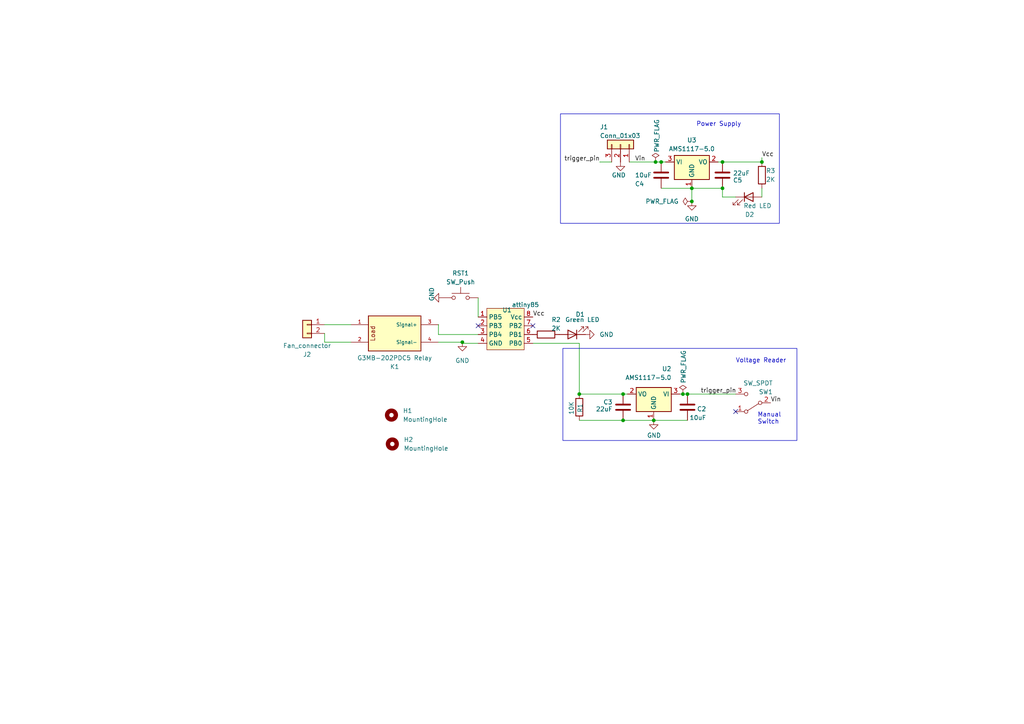
<source format=kicad_sch>
(kicad_sch (version 20230121) (generator eeschema)

  (uuid 8a62be07-884f-4ad1-9158-f35c6eb858f0)

  (paper "A4")

  (lib_symbols
    (symbol "000_Thomas_Symbols:ATTINY85" (in_bom yes) (on_board yes)
      (property "Reference" "U" (at 0 3.81 0)
        (effects (font (size 1.27 1.27)))
      )
      (property "Value" "attiny85" (at 5.842 3.81 0)
        (effects (font (size 1.27 1.27)))
      )
      (property "Footprint" "" (at 0 3.81 0)
        (effects (font (size 1.27 1.27)) hide)
      )
      (property "Datasheet" "https://ww1.microchip.com/downloads/en/DeviceDoc/Atmel-2586-AVR-8-bit-Microcontroller-ATtiny25-ATtiny45-ATtiny85_Datasheet.pdf" (at 0 6.35 0)
        (effects (font (size 1.27 1.27)) hide)
      )
      (property "ki_fp_filters" "DIP-8_W*" (at 0 0 0)
        (effects (font (size 1.27 1.27)) hide)
      )
      (symbol "ATTINY85_1_1"
        (rectangle (start -5.08 2.54) (end 5.715 -9.525)
          (stroke (width 0) (type default))
          (fill (type background))
        )
        (pin bidirectional line (at -7.62 0 0) (length 2.54)
          (name "PB5" (effects (font (size 1.27 1.27))))
          (number "1" (effects (font (size 1.27 1.27))))
        )
        (pin bidirectional line (at -7.62 -2.54 0) (length 2.54)
          (name "PB3" (effects (font (size 1.27 1.27))))
          (number "2" (effects (font (size 1.27 1.27))))
        )
        (pin bidirectional line (at -7.62 -5.08 0) (length 2.54)
          (name "PB4" (effects (font (size 1.27 1.27))))
          (number "3" (effects (font (size 1.27 1.27))))
        )
        (pin power_in line (at -7.62 -7.62 0) (length 2.54)
          (name "GND" (effects (font (size 1.27 1.27))))
          (number "4" (effects (font (size 1.27 1.27))))
        )
        (pin bidirectional line (at 8.255 -7.62 180) (length 2.54)
          (name "PB0" (effects (font (size 1.27 1.27))))
          (number "5" (effects (font (size 1.27 1.27))))
        )
        (pin bidirectional line (at 8.255 -5.08 180) (length 2.54)
          (name "PB1" (effects (font (size 1.27 1.27))))
          (number "6" (effects (font (size 1.27 1.27))))
        )
        (pin bidirectional line (at 8.255 -2.54 180) (length 2.54)
          (name "PB2" (effects (font (size 1.27 1.27))))
          (number "7" (effects (font (size 1.27 1.27))))
        )
        (pin power_in line (at 8.255 0 180) (length 2.54)
          (name "Vcc" (effects (font (size 1.27 1.27))))
          (number "8" (effects (font (size 1.27 1.27))))
        )
      )
    )
    (symbol "000_Thomas_Symbols:G3MB-202PDC5 Relay" (pin_names (offset 1.016)) (in_bom yes) (on_board yes)
      (property "Reference" "K" (at -0.635 6.35 0)
        (effects (font (size 1.27 1.27)) (justify left bottom))
      )
      (property "Value" "G3MB-202PDC5 Relay" (at -9.525 -6.35 0)
        (effects (font (size 1.27 1.27)) (justify left top))
      )
      (property "Footprint" "000_Thomas_Footprints:G3MB-202PDC5 Relay" (at 0 12.7 0)
        (effects (font (size 1.27 1.27)) (justify bottom) hide)
      )
      (property "Datasheet" "https://media.digikey.com/pdf/Data%20Sheets/Omron%20PDFs/G3MB.pdf" (at 1.27 9.525 0)
        (effects (font (size 1.27 1.27)) hide)
      )
      (property "STANDARD" "Manufacturer Recommendations" (at 0 17.145 0)
        (effects (font (size 1.27 1.27)) (justify bottom) hide)
      )
      (property "PARTREV" "J091-E1-1A" (at 0 10.795 0)
        (effects (font (size 1.27 1.27)) (justify bottom) hide)
      )
      (property "MAXIMUM_PACKAGE_HEIGHT" "20.5mm" (at 0 14.605 0)
        (effects (font (size 1.27 1.27)) (justify bottom) hide)
      )
      (property "MANUFACTURER" "OMRON" (at 8.255 15.24 0)
        (effects (font (size 1.27 1.27)) (justify bottom) hide)
      )
      (property "ki_description" "Solid State Relay" (at 0 0 0)
        (effects (font (size 1.27 1.27)) hide)
      )
      (symbol "G3MB-202PDC5 Relay_0_0"
        (rectangle (start -7.62 5.08) (end 7.62 -5.08)
          (stroke (width 0.254) (type default))
          (fill (type background))
        )
        (pin passive line (at 12.7 2.54 180) (length 5.08)
          (name "~" (effects (font (size 1.016 1.016))))
          (number "1" (effects (font (size 1.016 1.016))))
        )
        (pin passive line (at 12.7 -2.54 180) (length 5.08)
          (name "~" (effects (font (size 1.016 1.016))))
          (number "2" (effects (font (size 1.016 1.016))))
        )
      )
      (symbol "G3MB-202PDC5 Relay_1_0"
        (pin passive line (at -12.7 2.54 0) (length 5.08)
          (name "Signal+" (effects (font (size 1.016 1.016))))
          (number "3" (effects (font (size 1.016 1.016))))
        )
        (pin passive line (at -12.7 -2.54 0) (length 5.08)
          (name "Signal-" (effects (font (size 1.016 1.016))))
          (number "4" (effects (font (size 1.016 1.016))))
        )
      )
      (symbol "G3MB-202PDC5 Relay_1_1"
        (text "Load\n" (at 6.35 0 900)
          (effects (font (size 1.27 1.27)))
        )
      )
    )
    (symbol "Connector_Generic:Conn_01x02" (pin_names (offset 1.016) hide) (in_bom yes) (on_board yes)
      (property "Reference" "J" (at 0 2.54 0)
        (effects (font (size 1.27 1.27)))
      )
      (property "Value" "Conn_01x02" (at 0 -5.08 0)
        (effects (font (size 1.27 1.27)))
      )
      (property "Footprint" "" (at 0 0 0)
        (effects (font (size 1.27 1.27)) hide)
      )
      (property "Datasheet" "~" (at 0 0 0)
        (effects (font (size 1.27 1.27)) hide)
      )
      (property "ki_keywords" "connector" (at 0 0 0)
        (effects (font (size 1.27 1.27)) hide)
      )
      (property "ki_description" "Generic connector, single row, 01x02, script generated (kicad-library-utils/schlib/autogen/connector/)" (at 0 0 0)
        (effects (font (size 1.27 1.27)) hide)
      )
      (property "ki_fp_filters" "Connector*:*_1x??_*" (at 0 0 0)
        (effects (font (size 1.27 1.27)) hide)
      )
      (symbol "Conn_01x02_1_1"
        (rectangle (start -1.27 -2.413) (end 0 -2.667)
          (stroke (width 0.1524) (type default))
          (fill (type none))
        )
        (rectangle (start -1.27 0.127) (end 0 -0.127)
          (stroke (width 0.1524) (type default))
          (fill (type none))
        )
        (rectangle (start -1.27 1.27) (end 1.27 -3.81)
          (stroke (width 0.254) (type default))
          (fill (type background))
        )
        (pin passive line (at -5.08 0 0) (length 3.81)
          (name "Pin_1" (effects (font (size 1.27 1.27))))
          (number "1" (effects (font (size 1.27 1.27))))
        )
        (pin passive line (at -5.08 -2.54 0) (length 3.81)
          (name "Pin_2" (effects (font (size 1.27 1.27))))
          (number "2" (effects (font (size 1.27 1.27))))
        )
      )
    )
    (symbol "Connector_Generic:Conn_01x03" (pin_names (offset 1.016) hide) (in_bom yes) (on_board yes)
      (property "Reference" "J" (at 0 5.08 0)
        (effects (font (size 1.27 1.27)))
      )
      (property "Value" "Conn_01x03" (at 0 -5.08 0)
        (effects (font (size 1.27 1.27)))
      )
      (property "Footprint" "" (at 0 0 0)
        (effects (font (size 1.27 1.27)) hide)
      )
      (property "Datasheet" "~" (at 0 0 0)
        (effects (font (size 1.27 1.27)) hide)
      )
      (property "ki_keywords" "connector" (at 0 0 0)
        (effects (font (size 1.27 1.27)) hide)
      )
      (property "ki_description" "Generic connector, single row, 01x03, script generated (kicad-library-utils/schlib/autogen/connector/)" (at 0 0 0)
        (effects (font (size 1.27 1.27)) hide)
      )
      (property "ki_fp_filters" "Connector*:*_1x??_*" (at 0 0 0)
        (effects (font (size 1.27 1.27)) hide)
      )
      (symbol "Conn_01x03_1_1"
        (rectangle (start -1.27 -2.413) (end 0 -2.667)
          (stroke (width 0.1524) (type default))
          (fill (type none))
        )
        (rectangle (start -1.27 0.127) (end 0 -0.127)
          (stroke (width 0.1524) (type default))
          (fill (type none))
        )
        (rectangle (start -1.27 2.667) (end 0 2.413)
          (stroke (width 0.1524) (type default))
          (fill (type none))
        )
        (rectangle (start -1.27 3.81) (end 1.27 -3.81)
          (stroke (width 0.254) (type default))
          (fill (type background))
        )
        (pin passive line (at -5.08 2.54 0) (length 3.81)
          (name "Pin_1" (effects (font (size 1.27 1.27))))
          (number "1" (effects (font (size 1.27 1.27))))
        )
        (pin passive line (at -5.08 0 0) (length 3.81)
          (name "Pin_2" (effects (font (size 1.27 1.27))))
          (number "2" (effects (font (size 1.27 1.27))))
        )
        (pin passive line (at -5.08 -2.54 0) (length 3.81)
          (name "Pin_3" (effects (font (size 1.27 1.27))))
          (number "3" (effects (font (size 1.27 1.27))))
        )
      )
    )
    (symbol "Device:C" (pin_numbers hide) (pin_names (offset 0.254)) (in_bom yes) (on_board yes)
      (property "Reference" "C" (at 0.635 2.54 0)
        (effects (font (size 1.27 1.27)) (justify left))
      )
      (property "Value" "C" (at 0.635 -2.54 0)
        (effects (font (size 1.27 1.27)) (justify left))
      )
      (property "Footprint" "" (at 0.9652 -3.81 0)
        (effects (font (size 1.27 1.27)) hide)
      )
      (property "Datasheet" "~" (at 0 0 0)
        (effects (font (size 1.27 1.27)) hide)
      )
      (property "ki_keywords" "cap capacitor" (at 0 0 0)
        (effects (font (size 1.27 1.27)) hide)
      )
      (property "ki_description" "Unpolarized capacitor" (at 0 0 0)
        (effects (font (size 1.27 1.27)) hide)
      )
      (property "ki_fp_filters" "C_*" (at 0 0 0)
        (effects (font (size 1.27 1.27)) hide)
      )
      (symbol "C_0_1"
        (polyline
          (pts
            (xy -2.032 -0.762)
            (xy 2.032 -0.762)
          )
          (stroke (width 0.508) (type default))
          (fill (type none))
        )
        (polyline
          (pts
            (xy -2.032 0.762)
            (xy 2.032 0.762)
          )
          (stroke (width 0.508) (type default))
          (fill (type none))
        )
      )
      (symbol "C_1_1"
        (pin passive line (at 0 3.81 270) (length 2.794)
          (name "~" (effects (font (size 1.27 1.27))))
          (number "1" (effects (font (size 1.27 1.27))))
        )
        (pin passive line (at 0 -3.81 90) (length 2.794)
          (name "~" (effects (font (size 1.27 1.27))))
          (number "2" (effects (font (size 1.27 1.27))))
        )
      )
    )
    (symbol "Device:LED" (pin_numbers hide) (pin_names (offset 1.016) hide) (in_bom yes) (on_board yes)
      (property "Reference" "D" (at 0 2.54 0)
        (effects (font (size 1.27 1.27)))
      )
      (property "Value" "LED" (at 0 -2.54 0)
        (effects (font (size 1.27 1.27)))
      )
      (property "Footprint" "" (at 0 0 0)
        (effects (font (size 1.27 1.27)) hide)
      )
      (property "Datasheet" "~" (at 0 0 0)
        (effects (font (size 1.27 1.27)) hide)
      )
      (property "ki_keywords" "LED diode" (at 0 0 0)
        (effects (font (size 1.27 1.27)) hide)
      )
      (property "ki_description" "Light emitting diode" (at 0 0 0)
        (effects (font (size 1.27 1.27)) hide)
      )
      (property "ki_fp_filters" "LED* LED_SMD:* LED_THT:*" (at 0 0 0)
        (effects (font (size 1.27 1.27)) hide)
      )
      (symbol "LED_0_1"
        (polyline
          (pts
            (xy -1.27 -1.27)
            (xy -1.27 1.27)
          )
          (stroke (width 0.254) (type default))
          (fill (type none))
        )
        (polyline
          (pts
            (xy -1.27 0)
            (xy 1.27 0)
          )
          (stroke (width 0) (type default))
          (fill (type none))
        )
        (polyline
          (pts
            (xy 1.27 -1.27)
            (xy 1.27 1.27)
            (xy -1.27 0)
            (xy 1.27 -1.27)
          )
          (stroke (width 0.254) (type default))
          (fill (type none))
        )
        (polyline
          (pts
            (xy -3.048 -0.762)
            (xy -4.572 -2.286)
            (xy -3.81 -2.286)
            (xy -4.572 -2.286)
            (xy -4.572 -1.524)
          )
          (stroke (width 0) (type default))
          (fill (type none))
        )
        (polyline
          (pts
            (xy -1.778 -0.762)
            (xy -3.302 -2.286)
            (xy -2.54 -2.286)
            (xy -3.302 -2.286)
            (xy -3.302 -1.524)
          )
          (stroke (width 0) (type default))
          (fill (type none))
        )
      )
      (symbol "LED_1_1"
        (pin passive line (at -3.81 0 0) (length 2.54)
          (name "K" (effects (font (size 1.27 1.27))))
          (number "1" (effects (font (size 1.27 1.27))))
        )
        (pin passive line (at 3.81 0 180) (length 2.54)
          (name "A" (effects (font (size 1.27 1.27))))
          (number "2" (effects (font (size 1.27 1.27))))
        )
      )
    )
    (symbol "Device:R" (pin_numbers hide) (pin_names (offset 0)) (in_bom yes) (on_board yes)
      (property "Reference" "R" (at 2.032 0 90)
        (effects (font (size 1.27 1.27)))
      )
      (property "Value" "R" (at 0 0 90)
        (effects (font (size 1.27 1.27)))
      )
      (property "Footprint" "" (at -1.778 0 90)
        (effects (font (size 1.27 1.27)) hide)
      )
      (property "Datasheet" "~" (at 0 0 0)
        (effects (font (size 1.27 1.27)) hide)
      )
      (property "ki_keywords" "R res resistor" (at 0 0 0)
        (effects (font (size 1.27 1.27)) hide)
      )
      (property "ki_description" "Resistor" (at 0 0 0)
        (effects (font (size 1.27 1.27)) hide)
      )
      (property "ki_fp_filters" "R_*" (at 0 0 0)
        (effects (font (size 1.27 1.27)) hide)
      )
      (symbol "R_0_1"
        (rectangle (start -1.016 -2.54) (end 1.016 2.54)
          (stroke (width 0.254) (type default))
          (fill (type none))
        )
      )
      (symbol "R_1_1"
        (pin passive line (at 0 3.81 270) (length 1.27)
          (name "~" (effects (font (size 1.27 1.27))))
          (number "1" (effects (font (size 1.27 1.27))))
        )
        (pin passive line (at 0 -3.81 90) (length 1.27)
          (name "~" (effects (font (size 1.27 1.27))))
          (number "2" (effects (font (size 1.27 1.27))))
        )
      )
    )
    (symbol "Mechanical:MountingHole" (pin_names (offset 1.016)) (in_bom yes) (on_board yes)
      (property "Reference" "H" (at 0 5.08 0)
        (effects (font (size 1.27 1.27)))
      )
      (property "Value" "MountingHole" (at 0 3.175 0)
        (effects (font (size 1.27 1.27)))
      )
      (property "Footprint" "" (at 0 0 0)
        (effects (font (size 1.27 1.27)) hide)
      )
      (property "Datasheet" "~" (at 0 0 0)
        (effects (font (size 1.27 1.27)) hide)
      )
      (property "ki_keywords" "mounting hole" (at 0 0 0)
        (effects (font (size 1.27 1.27)) hide)
      )
      (property "ki_description" "Mounting Hole without connection" (at 0 0 0)
        (effects (font (size 1.27 1.27)) hide)
      )
      (property "ki_fp_filters" "MountingHole*" (at 0 0 0)
        (effects (font (size 1.27 1.27)) hide)
      )
      (symbol "MountingHole_0_1"
        (circle (center 0 0) (radius 1.27)
          (stroke (width 1.27) (type default))
          (fill (type none))
        )
      )
    )
    (symbol "Regulator_Linear:AMS1117-5.0" (in_bom yes) (on_board yes)
      (property "Reference" "U" (at -3.81 3.175 0)
        (effects (font (size 1.27 1.27)))
      )
      (property "Value" "AMS1117-5.0" (at 0 3.175 0)
        (effects (font (size 1.27 1.27)) (justify left))
      )
      (property "Footprint" "Package_TO_SOT_SMD:SOT-223-3_TabPin2" (at 0 5.08 0)
        (effects (font (size 1.27 1.27)) hide)
      )
      (property "Datasheet" "http://www.advanced-monolithic.com/pdf/ds1117.pdf" (at 2.54 -6.35 0)
        (effects (font (size 1.27 1.27)) hide)
      )
      (property "ki_keywords" "linear regulator ldo fixed positive" (at 0 0 0)
        (effects (font (size 1.27 1.27)) hide)
      )
      (property "ki_description" "1A Low Dropout regulator, positive, 5.0V fixed output, SOT-223" (at 0 0 0)
        (effects (font (size 1.27 1.27)) hide)
      )
      (property "ki_fp_filters" "SOT?223*TabPin2*" (at 0 0 0)
        (effects (font (size 1.27 1.27)) hide)
      )
      (symbol "AMS1117-5.0_0_1"
        (rectangle (start -5.08 -5.08) (end 5.08 1.905)
          (stroke (width 0.254) (type default))
          (fill (type background))
        )
      )
      (symbol "AMS1117-5.0_1_1"
        (pin power_in line (at 0 -7.62 90) (length 2.54)
          (name "GND" (effects (font (size 1.27 1.27))))
          (number "1" (effects (font (size 1.27 1.27))))
        )
        (pin power_out line (at 7.62 0 180) (length 2.54)
          (name "VO" (effects (font (size 1.27 1.27))))
          (number "2" (effects (font (size 1.27 1.27))))
        )
        (pin power_in line (at -7.62 0 0) (length 2.54)
          (name "VI" (effects (font (size 1.27 1.27))))
          (number "3" (effects (font (size 1.27 1.27))))
        )
      )
    )
    (symbol "Switch:SW_Push" (pin_numbers hide) (pin_names (offset 1.016) hide) (in_bom yes) (on_board yes)
      (property "Reference" "SW" (at 1.27 2.54 0)
        (effects (font (size 1.27 1.27)) (justify left))
      )
      (property "Value" "SW_Push" (at 0 -1.524 0)
        (effects (font (size 1.27 1.27)))
      )
      (property "Footprint" "" (at 0 5.08 0)
        (effects (font (size 1.27 1.27)) hide)
      )
      (property "Datasheet" "~" (at 0 5.08 0)
        (effects (font (size 1.27 1.27)) hide)
      )
      (property "ki_keywords" "switch normally-open pushbutton push-button" (at 0 0 0)
        (effects (font (size 1.27 1.27)) hide)
      )
      (property "ki_description" "Push button switch, generic, two pins" (at 0 0 0)
        (effects (font (size 1.27 1.27)) hide)
      )
      (symbol "SW_Push_0_1"
        (circle (center -2.032 0) (radius 0.508)
          (stroke (width 0) (type default))
          (fill (type none))
        )
        (polyline
          (pts
            (xy 0 1.27)
            (xy 0 3.048)
          )
          (stroke (width 0) (type default))
          (fill (type none))
        )
        (polyline
          (pts
            (xy 2.54 1.27)
            (xy -2.54 1.27)
          )
          (stroke (width 0) (type default))
          (fill (type none))
        )
        (circle (center 2.032 0) (radius 0.508)
          (stroke (width 0) (type default))
          (fill (type none))
        )
        (pin passive line (at -5.08 0 0) (length 2.54)
          (name "1" (effects (font (size 1.27 1.27))))
          (number "1" (effects (font (size 1.27 1.27))))
        )
        (pin passive line (at 5.08 0 180) (length 2.54)
          (name "2" (effects (font (size 1.27 1.27))))
          (number "2" (effects (font (size 1.27 1.27))))
        )
      )
    )
    (symbol "Switch:SW_SPDT" (pin_names (offset 0) hide) (in_bom yes) (on_board yes)
      (property "Reference" "SW" (at 0 4.318 0)
        (effects (font (size 1.27 1.27)))
      )
      (property "Value" "SW_SPDT" (at 0 -5.08 0)
        (effects (font (size 1.27 1.27)))
      )
      (property "Footprint" "" (at 0 0 0)
        (effects (font (size 1.27 1.27)) hide)
      )
      (property "Datasheet" "~" (at 0 0 0)
        (effects (font (size 1.27 1.27)) hide)
      )
      (property "ki_keywords" "switch single-pole double-throw spdt ON-ON" (at 0 0 0)
        (effects (font (size 1.27 1.27)) hide)
      )
      (property "ki_description" "Switch, single pole double throw" (at 0 0 0)
        (effects (font (size 1.27 1.27)) hide)
      )
      (symbol "SW_SPDT_0_0"
        (circle (center -2.032 0) (radius 0.508)
          (stroke (width 0) (type default))
          (fill (type none))
        )
        (circle (center 2.032 -2.54) (radius 0.508)
          (stroke (width 0) (type default))
          (fill (type none))
        )
      )
      (symbol "SW_SPDT_0_1"
        (polyline
          (pts
            (xy -1.524 0.254)
            (xy 1.651 2.286)
          )
          (stroke (width 0) (type default))
          (fill (type none))
        )
        (circle (center 2.032 2.54) (radius 0.508)
          (stroke (width 0) (type default))
          (fill (type none))
        )
      )
      (symbol "SW_SPDT_1_1"
        (pin passive line (at 5.08 2.54 180) (length 2.54)
          (name "A" (effects (font (size 1.27 1.27))))
          (number "1" (effects (font (size 1.27 1.27))))
        )
        (pin passive line (at -5.08 0 0) (length 2.54)
          (name "B" (effects (font (size 1.27 1.27))))
          (number "2" (effects (font (size 1.27 1.27))))
        )
        (pin passive line (at 5.08 -2.54 180) (length 2.54)
          (name "C" (effects (font (size 1.27 1.27))))
          (number "3" (effects (font (size 1.27 1.27))))
        )
      )
    )
    (symbol "power:GND" (power) (pin_names (offset 0)) (in_bom yes) (on_board yes)
      (property "Reference" "#PWR" (at 0 -6.35 0)
        (effects (font (size 1.27 1.27)) hide)
      )
      (property "Value" "GND" (at 0 -3.81 0)
        (effects (font (size 1.27 1.27)))
      )
      (property "Footprint" "" (at 0 0 0)
        (effects (font (size 1.27 1.27)) hide)
      )
      (property "Datasheet" "" (at 0 0 0)
        (effects (font (size 1.27 1.27)) hide)
      )
      (property "ki_keywords" "global power" (at 0 0 0)
        (effects (font (size 1.27 1.27)) hide)
      )
      (property "ki_description" "Power symbol creates a global label with name \"GND\" , ground" (at 0 0 0)
        (effects (font (size 1.27 1.27)) hide)
      )
      (symbol "GND_0_1"
        (polyline
          (pts
            (xy 0 0)
            (xy 0 -1.27)
            (xy 1.27 -1.27)
            (xy 0 -2.54)
            (xy -1.27 -1.27)
            (xy 0 -1.27)
          )
          (stroke (width 0) (type default))
          (fill (type none))
        )
      )
      (symbol "GND_1_1"
        (pin power_in line (at 0 0 270) (length 0) hide
          (name "GND" (effects (font (size 1.27 1.27))))
          (number "1" (effects (font (size 1.27 1.27))))
        )
      )
    )
    (symbol "power:PWR_FLAG" (power) (pin_numbers hide) (pin_names (offset 0) hide) (in_bom yes) (on_board yes)
      (property "Reference" "#FLG" (at 0 1.905 0)
        (effects (font (size 1.27 1.27)) hide)
      )
      (property "Value" "PWR_FLAG" (at 0 3.81 0)
        (effects (font (size 1.27 1.27)))
      )
      (property "Footprint" "" (at 0 0 0)
        (effects (font (size 1.27 1.27)) hide)
      )
      (property "Datasheet" "~" (at 0 0 0)
        (effects (font (size 1.27 1.27)) hide)
      )
      (property "ki_keywords" "flag power" (at 0 0 0)
        (effects (font (size 1.27 1.27)) hide)
      )
      (property "ki_description" "Special symbol for telling ERC where power comes from" (at 0 0 0)
        (effects (font (size 1.27 1.27)) hide)
      )
      (symbol "PWR_FLAG_0_0"
        (pin power_out line (at 0 0 90) (length 0)
          (name "pwr" (effects (font (size 1.27 1.27))))
          (number "1" (effects (font (size 1.27 1.27))))
        )
      )
      (symbol "PWR_FLAG_0_1"
        (polyline
          (pts
            (xy 0 0)
            (xy 0 1.27)
            (xy -1.016 1.905)
            (xy 0 2.54)
            (xy 1.016 1.905)
            (xy 0 1.27)
          )
          (stroke (width 0) (type default))
          (fill (type none))
        )
      )
    )
  )

  (junction (at 168.0204 114.3) (diameter 0) (color 0 0 0 0)
    (uuid 02678aec-7d0f-41b0-a3e0-c62c3a7dfa5a)
  )
  (junction (at 191.77 46.99) (diameter 0) (color 0 0 0 0)
    (uuid 028c346f-f42c-453d-8e2f-22934fec6adc)
  )
  (junction (at 198.0751 114.3) (diameter 0) (color 0 0 0 0)
    (uuid 0f8bd6f9-c8a6-4d99-9eba-6af3ff71be37)
  )
  (junction (at 209.55 46.99) (diameter 0) (color 0 0 0 0)
    (uuid 3b991407-77a9-48d4-a18f-674451691512)
  )
  (junction (at 209.55 54.61) (diameter 0) (color 0 0 0 0)
    (uuid 591227e5-fcaf-4141-985f-3e3fcd3c9bca)
  )
  (junction (at 199.39 114.3) (diameter 0) (color 0 0 0 0)
    (uuid 5ba7ad09-34fb-4c39-8180-724ea9889ba3)
  )
  (junction (at 180.7204 121.92) (diameter 0) (color 0 0 0 0)
    (uuid 793d9c13-6792-41c7-97b7-a9394ddf6f3a)
  )
  (junction (at 134.1011 99.2526) (diameter 0) (color 0 0 0 0)
    (uuid 85eb2c69-c35a-4a79-890a-4e3b175af4c3)
  )
  (junction (at 190.1451 46.99) (diameter 0) (color 0 0 0 0)
    (uuid 920eb387-94f7-4a55-a61b-67f82a81f281)
  )
  (junction (at 200.66 54.61) (diameter 0) (color 0 0 0 0)
    (uuid a8453cec-cc9f-473f-a633-5ccad2cb0392)
  )
  (junction (at 189.6104 121.92) (diameter 0) (color 0 0 0 0)
    (uuid a9fac7a3-07c0-4846-9ef7-7f0c529f3841)
  )
  (junction (at 200.66 58.42) (diameter 0) (color 0 0 0 0)
    (uuid b7dbf7b7-835f-4b17-9c9a-881ed78b2a2e)
  )
  (junction (at 180.7204 114.3) (diameter 0) (color 0 0 0 0)
    (uuid c17b1701-0ff6-447a-8c74-8b0c46dc8e22)
  )
  (junction (at 220.98 46.99) (diameter 0) (color 0 0 0 0)
    (uuid dace8b80-1005-43e0-98e2-c401af4ded0a)
  )

  (no_connect (at 154.559 94.488) (uuid 673265b4-ce43-422b-973c-92c11c477314))
  (no_connect (at 213.36 119.38) (uuid 7f5548ce-5058-431e-b48a-ad8616ddbce7))
  (no_connect (at 138.684 94.488) (uuid 934eb08c-310f-4663-a2b4-43ba1ae871d1))

  (wire (pts (xy 191.77 46.99) (xy 193.04 46.99))
    (stroke (width 0) (type default))
    (uuid 07af8536-d75f-4123-8528-1c3b3a8c0b6a)
  )
  (wire (pts (xy 182.5045 46.99) (xy 190.1451 46.99))
    (stroke (width 0) (type default))
    (uuid 097ad25e-a084-4ae8-a570-bcc4eb433dbb)
  )
  (wire (pts (xy 197.2304 114.3) (xy 198.0751 114.3))
    (stroke (width 0) (type default))
    (uuid 0e449afb-34c9-4992-a0af-05648f1f91c9)
  )
  (wire (pts (xy 209.55 46.99) (xy 220.98 46.99))
    (stroke (width 0) (type default))
    (uuid 0efc5e8d-5305-4d90-814b-3711474ff755)
  )
  (wire (pts (xy 180.7204 121.92) (xy 189.6104 121.92))
    (stroke (width 0) (type default))
    (uuid 112663d5-8ea4-44f9-ab91-804bdb08eb07)
  )
  (wire (pts (xy 177.4245 46.99) (xy 173.99 46.99))
    (stroke (width 0) (type default))
    (uuid 1e82762d-fdfd-4429-a95d-f94dd7f4ea4a)
  )
  (wire (pts (xy 127.1677 94.1726) (xy 127.1677 97.028))
    (stroke (width 0) (type default))
    (uuid 1fe22451-577c-4dc7-9a1f-f490c9be5b2b)
  )
  (wire (pts (xy 134.1011 99.568) (xy 134.1011 99.2526))
    (stroke (width 0) (type default))
    (uuid 3916469c-4976-4c6d-92ab-00d3f24cc35f)
  )
  (wire (pts (xy 180.7204 114.3) (xy 168.0204 114.3))
    (stroke (width 0) (type default))
    (uuid 3e2ec36b-97cb-4976-97d3-d394264e7a08)
  )
  (wire (pts (xy 173.99 46.99) (xy 173.99 46.9869))
    (stroke (width 0) (type default))
    (uuid 4bf552e7-d5f3-440e-b774-7b25de6aa4a8)
  )
  (wire (pts (xy 138.684 86.36) (xy 138.684 91.948))
    (stroke (width 0) (type default))
    (uuid 4e886148-85b3-44e9-bf6f-a268dc9480f0)
  )
  (wire (pts (xy 208.28 46.99) (xy 209.55 46.99))
    (stroke (width 0) (type default))
    (uuid 5ba33efc-469c-4299-a8c0-509c7777544e)
  )
  (wire (pts (xy 200.66 54.61) (xy 209.55 54.61))
    (stroke (width 0) (type default))
    (uuid 69bbd4ec-add9-448b-a91c-9a773c9dcf9b)
  )
  (wire (pts (xy 127.1677 99.2526) (xy 134.1011 99.2526))
    (stroke (width 0) (type default))
    (uuid 6eaeccad-976d-42ef-911e-d47d716d3429)
  )
  (wire (pts (xy 220.98 54.61) (xy 220.98 57.15))
    (stroke (width 0) (type default))
    (uuid 727325a8-fcde-49df-8019-adfd87fc0132)
  )
  (wire (pts (xy 181.9904 114.3) (xy 180.7204 114.3))
    (stroke (width 0) (type default))
    (uuid 7b490f1f-fc61-46d5-9814-a3c8ebb776fb)
  )
  (wire (pts (xy 209.55 57.15) (xy 209.55 54.61))
    (stroke (width 0) (type default))
    (uuid 8d7206ed-008e-405e-9b18-42ff913196b4)
  )
  (wire (pts (xy 101.7677 99.2526) (xy 94.1477 99.2526))
    (stroke (width 0) (type default))
    (uuid 8f1cf7de-5bd8-45e5-87f0-3e79f0dc70fd)
  )
  (wire (pts (xy 191.77 54.61) (xy 200.66 54.61))
    (stroke (width 0) (type default))
    (uuid 8fd078c9-84c6-4e9c-9ac0-6d784b894584)
  )
  (wire (pts (xy 138.684 99.568) (xy 134.1011 99.568))
    (stroke (width 0) (type default))
    (uuid 8fe3b69a-300a-416b-8aa4-0960fb61746a)
  )
  (wire (pts (xy 199.39 121.92) (xy 189.6104 121.92))
    (stroke (width 0) (type default))
    (uuid 97c2726c-e28a-47c5-b39d-94ad0858690d)
  )
  (wire (pts (xy 94.1477 94.1726) (xy 101.7677 94.1726))
    (stroke (width 0) (type default))
    (uuid 99ebe51f-3157-4c6b-b5b8-656dd447ccff)
  )
  (wire (pts (xy 94.1477 99.2526) (xy 94.1477 96.7126))
    (stroke (width 0) (type default))
    (uuid a7f0bf5c-1815-46ea-bbfb-6eb647d5a133)
  )
  (wire (pts (xy 180.7204 121.92) (xy 168.0204 121.92))
    (stroke (width 0) (type default))
    (uuid b1774d18-12b2-47e0-867e-b29a21c03a63)
  )
  (wire (pts (xy 127.254 94.1726) (xy 127.1677 94.1726))
    (stroke (width 0) (type default))
    (uuid b73f0ede-93da-48f3-b2c3-190df2b638a5)
  )
  (wire (pts (xy 190.1451 46.99) (xy 191.77 46.99))
    (stroke (width 0) (type default))
    (uuid d841b2ed-8c1e-431f-867f-b8c0f7954b7a)
  )
  (wire (pts (xy 127.1677 97.028) (xy 138.684 97.028))
    (stroke (width 0) (type default))
    (uuid d9b37a86-0bf4-4ef0-a6c4-f007431ef9f3)
  )
  (wire (pts (xy 199.39 114.3) (xy 213.36 114.3))
    (stroke (width 0) (type default))
    (uuid dada8c07-7fbe-48d5-b800-edeb5527d2f4)
  )
  (wire (pts (xy 154.559 99.568) (xy 168.0204 99.568))
    (stroke (width 0) (type default))
    (uuid dbce55e3-9f1e-4133-8564-8977d5b1fb82)
  )
  (wire (pts (xy 198.0751 114.3) (xy 199.39 114.3))
    (stroke (width 0) (type default))
    (uuid dd5db5b0-4cc2-421a-af21-58a80ae035c0)
  )
  (wire (pts (xy 213.36 57.15) (xy 209.55 57.15))
    (stroke (width 0) (type default))
    (uuid e0cd93c5-707b-4bb6-9b35-72cd897f4e78)
  )
  (wire (pts (xy 220.98 45.72) (xy 220.98 46.99))
    (stroke (width 0) (type default))
    (uuid e1ed9df8-6b6d-4d16-9148-4544e98a1c90)
  )
  (wire (pts (xy 200.66 54.61) (xy 200.66 58.42))
    (stroke (width 0) (type default))
    (uuid e966c671-4d5d-4b38-8a10-88dcc6cbb86c)
  )
  (wire (pts (xy 168.0204 114.3) (xy 168.0204 99.568))
    (stroke (width 0) (type default))
    (uuid f4305ca5-65db-4cc0-91ff-1e23fc44c08d)
  )

  (rectangle (start 162.56 33.02) (end 226.06 64.77)
    (stroke (width 0) (type default))
    (fill (type none))
    (uuid 266dff85-0ccc-43af-871f-0e531e1e1ca2)
  )
  (rectangle (start 163.2589 101.0485) (end 231.14 127.762)
    (stroke (width 0) (type default))
    (fill (type none))
    (uuid ace7dcb3-a846-4d3d-bc1e-32be7ed97eb0)
  )

  (text "Power Supply" (at 201.93 36.83 0)
    (effects (font (size 1.27 1.27)) (justify left bottom))
    (uuid 3261e935-441e-4eeb-8962-2fcba89c4904)
  )
  (text "Manual\nSwitch" (at 219.71 123.19 0)
    (effects (font (size 1.27 1.27)) (justify left bottom))
    (uuid 341a25b7-be8e-4897-abe9-35252800ea92)
  )
  (text "Voltage Reader" (at 213.36 105.41 0)
    (effects (font (size 1.27 1.27)) (justify left bottom))
    (uuid fda2be72-83fd-42e8-b9f1-0f035d9c5bb9)
  )

  (label "trigger_pin" (at 203.2 114.3 0) (fields_autoplaced)
    (effects (font (size 1.27 1.27)) (justify left bottom))
    (uuid 343d3c3b-d31a-4b62-acd1-83f5023905b0)
  )
  (label "Vcc" (at 220.98 45.72 0) (fields_autoplaced)
    (effects (font (size 1.27 1.27)) (justify left bottom))
    (uuid 492bb6aa-10c6-436d-870b-60e996ef70c5)
  )
  (label "Vin" (at 223.52 116.84 0) (fields_autoplaced)
    (effects (font (size 1.27 1.27)) (justify left bottom))
    (uuid b24553f9-2686-4b83-b0ae-848d5632a5e0)
  )
  (label "Vin" (at 184.15 46.99 0) (fields_autoplaced)
    (effects (font (size 1.27 1.27)) (justify left bottom))
    (uuid ced16f73-6f43-44ce-8a04-df46759b40c3)
  )
  (label "Vcc" (at 154.559 91.948 0) (fields_autoplaced)
    (effects (font (size 1.27 1.27)) (justify left bottom))
    (uuid e2b02315-3d17-4b56-8d3e-4d320e8cbbf4)
  )
  (label "trigger_pin" (at 173.99 46.9869 180) (fields_autoplaced)
    (effects (font (size 1.27 1.27)) (justify right bottom))
    (uuid fa003066-1b2a-417e-b8e8-647201abec0d)
  )

  (symbol (lib_id "power:GND") (at 189.6104 121.92 0) (mirror y) (unit 1)
    (in_bom yes) (on_board yes) (dnp no)
    (uuid 1ac3c94a-7040-4fe5-bbb3-22d5c52132ef)
    (property "Reference" "#PWR04" (at 189.6104 128.27 0)
      (effects (font (size 1.27 1.27)) hide)
    )
    (property "Value" "GND" (at 187.6415 126.2815 0)
      (effects (font (size 1.27 1.27)) (justify right))
    )
    (property "Footprint" "" (at 189.6104 121.92 0)
      (effects (font (size 1.27 1.27)) hide)
    )
    (property "Datasheet" "" (at 189.6104 121.92 0)
      (effects (font (size 1.27 1.27)) hide)
    )
    (pin "1" (uuid e28bbfde-fb46-428d-9b93-456855913cc6))
    (instances
      (project "Fan Controller"
        (path "/8a62be07-884f-4ad1-9158-f35c6eb858f0"
          (reference "#PWR04") (unit 1)
        )
      )
    )
  )

  (symbol (lib_id "Device:R") (at 158.369 97.028 90) (unit 1)
    (in_bom yes) (on_board yes) (dnp no)
    (uuid 1e117539-23ab-4b54-aed5-1dd5d1df6077)
    (property "Reference" "R2" (at 161.29 92.71 90)
      (effects (font (size 1.27 1.27)))
    )
    (property "Value" "2K" (at 161.29 95.25 90)
      (effects (font (size 1.27 1.27)))
    )
    (property "Footprint" "Resistor_SMD:R_0805_2012Metric_Pad1.20x1.40mm_HandSolder" (at 158.369 98.806 90)
      (effects (font (size 1.27 1.27)) hide)
    )
    (property "Datasheet" "~" (at 158.369 97.028 0)
      (effects (font (size 1.27 1.27)) hide)
    )
    (pin "1" (uuid 53b2b493-5086-4ecd-8148-6a7c55c91d29))
    (pin "2" (uuid 955e4730-16f9-4c3f-a331-a01e146d1fca))
    (instances
      (project "Fan Controller"
        (path "/8a62be07-884f-4ad1-9158-f35c6eb858f0"
          (reference "R2") (unit 1)
        )
      )
    )
  )

  (symbol (lib_id "power:GND") (at 134.1011 99.2526 0) (unit 1)
    (in_bom yes) (on_board yes) (dnp no) (fields_autoplaced)
    (uuid 25809ec3-f194-491b-9a5e-02302ddb6821)
    (property "Reference" "#PWR01" (at 134.1011 105.6026 0)
      (effects (font (size 1.27 1.27)) hide)
    )
    (property "Value" "GND" (at 134.1011 104.5866 0)
      (effects (font (size 1.27 1.27)))
    )
    (property "Footprint" "" (at 134.1011 99.2526 0)
      (effects (font (size 1.27 1.27)) hide)
    )
    (property "Datasheet" "" (at 134.1011 99.2526 0)
      (effects (font (size 1.27 1.27)) hide)
    )
    (pin "1" (uuid be4f2093-bcc9-43f0-a4ec-02d8ac02a750))
    (instances
      (project "Fan Controller"
        (path "/8a62be07-884f-4ad1-9158-f35c6eb858f0"
          (reference "#PWR01") (unit 1)
        )
      )
    )
  )

  (symbol (lib_id "Device:LED") (at 165.989 97.028 180) (unit 1)
    (in_bom yes) (on_board yes) (dnp no)
    (uuid 28558bd9-2d0b-4b38-93e6-1ef0961639b3)
    (property "Reference" "D1" (at 168.275 91.186 0)
      (effects (font (size 1.27 1.27)))
    )
    (property "Value" "Green LED" (at 168.91 92.71 0)
      (effects (font (size 1.27 1.27)))
    )
    (property "Footprint" "LED_SMD:LED_0805_2012Metric_Pad1.15x1.40mm_HandSolder" (at 165.989 97.028 0)
      (effects (font (size 1.27 1.27)) hide)
    )
    (property "Datasheet" "~" (at 165.989 97.028 0)
      (effects (font (size 1.27 1.27)) hide)
    )
    (pin "1" (uuid d215921b-3e5d-4e9a-925b-8108fcd2d81c))
    (pin "2" (uuid 34eaf54b-bec7-434c-a290-703c6cd76c66))
    (instances
      (project "Fan Controller"
        (path "/8a62be07-884f-4ad1-9158-f35c6eb858f0"
          (reference "D1") (unit 1)
        )
      )
    )
  )

  (symbol (lib_id "Regulator_Linear:AMS1117-5.0") (at 200.66 46.99 0) (unit 1)
    (in_bom yes) (on_board yes) (dnp no)
    (uuid 31bac513-9dd4-47a7-9218-01d7fae059a9)
    (property "Reference" "U3" (at 200.66 40.64 0)
      (effects (font (size 1.27 1.27)))
    )
    (property "Value" "AMS1117-5.0" (at 200.66 43.18 0)
      (effects (font (size 1.27 1.27)))
    )
    (property "Footprint" "Package_TO_SOT_SMD:SOT-223-3_TabPin2" (at 200.66 41.91 0)
      (effects (font (size 1.27 1.27)) hide)
    )
    (property "Datasheet" "http://www.advanced-monolithic.com/pdf/ds1117.pdf" (at 203.2 53.34 0)
      (effects (font (size 1.27 1.27)) hide)
    )
    (pin "1" (uuid e50b632c-715a-46d6-a340-c91307aa67f4))
    (pin "2" (uuid c4d513ac-1368-43d3-a7b0-31ea6b639d20))
    (pin "3" (uuid 29731c79-76ac-46d0-af05-1eb8eff82740))
    (instances
      (project "Fan Controller"
        (path "/8a62be07-884f-4ad1-9158-f35c6eb858f0"
          (reference "U3") (unit 1)
        )
      )
    )
  )

  (symbol (lib_id "Device:C") (at 180.7204 118.11 0) (mirror y) (unit 1)
    (in_bom yes) (on_board yes) (dnp no)
    (uuid 3b1fbfc3-af41-4982-8d1d-cd63c4b5bc38)
    (property "Reference" "C3" (at 177.6725 116.6295 0)
      (effects (font (size 1.27 1.27)) (justify left))
    )
    (property "Value" "22uF" (at 177.6725 118.6615 0)
      (effects (font (size 1.27 1.27)) (justify left))
    )
    (property "Footprint" "Capacitor_SMD:C_0805_2012Metric_Pad1.18x1.45mm_HandSolder" (at 179.7552 121.92 0)
      (effects (font (size 1.27 1.27)) hide)
    )
    (property "Datasheet" "~" (at 180.7204 118.11 0)
      (effects (font (size 1.27 1.27)) hide)
    )
    (pin "1" (uuid a32c9f3f-fe92-4acc-b722-01010c3ed6bb))
    (pin "2" (uuid 188e1d5e-ba10-4516-9ead-0fb44194ed69))
    (instances
      (project "Fan Controller"
        (path "/8a62be07-884f-4ad1-9158-f35c6eb858f0"
          (reference "C3") (unit 1)
        )
      )
    )
  )

  (symbol (lib_id "Device:C") (at 191.77 50.8 0) (mirror x) (unit 1)
    (in_bom yes) (on_board yes) (dnp no)
    (uuid 3c7a126e-a49d-42b9-9703-08a82f92c103)
    (property "Reference" "C4" (at 184.15 53.34 0)
      (effects (font (size 1.27 1.27)) (justify left))
    )
    (property "Value" "10uF" (at 184.15 50.8 0)
      (effects (font (size 1.27 1.27)) (justify left))
    )
    (property "Footprint" "Capacitor_SMD:C_0805_2012Metric_Pad1.18x1.45mm_HandSolder" (at 192.7352 46.99 0)
      (effects (font (size 1.27 1.27)) hide)
    )
    (property "Datasheet" "~" (at 191.77 50.8 0)
      (effects (font (size 1.27 1.27)) hide)
    )
    (pin "1" (uuid 5a319792-dc17-406d-b6d9-f9ab823b95da))
    (pin "2" (uuid 1dd6fa89-6af1-49ef-953e-43cc7339bc19))
    (instances
      (project "Fan Controller"
        (path "/8a62be07-884f-4ad1-9158-f35c6eb858f0"
          (reference "C4") (unit 1)
        )
      )
    )
  )

  (symbol (lib_id "Mechanical:MountingHole") (at 113.538 120.396 0) (unit 1)
    (in_bom yes) (on_board yes) (dnp no) (fields_autoplaced)
    (uuid 405bc846-b6b6-46fc-92b2-d12cf1267ac7)
    (property "Reference" "H1" (at 116.84 119.126 0)
      (effects (font (size 1.27 1.27)) (justify left))
    )
    (property "Value" "MountingHole" (at 116.84 121.666 0)
      (effects (font (size 1.27 1.27)) (justify left))
    )
    (property "Footprint" "MountingHole:MountingHole_2.2mm_M2" (at 113.538 120.396 0)
      (effects (font (size 1.27 1.27)) hide)
    )
    (property "Datasheet" "~" (at 113.538 120.396 0)
      (effects (font (size 1.27 1.27)) hide)
    )
    (instances
      (project "Fan Controller"
        (path "/8a62be07-884f-4ad1-9158-f35c6eb858f0"
          (reference "H1") (unit 1)
        )
      )
    )
  )

  (symbol (lib_id "Mechanical:MountingHole") (at 113.792 128.778 0) (unit 1)
    (in_bom yes) (on_board yes) (dnp no) (fields_autoplaced)
    (uuid 40807549-58fe-40f1-881f-a00e2ea421a2)
    (property "Reference" "H2" (at 117.094 127.508 0)
      (effects (font (size 1.27 1.27)) (justify left))
    )
    (property "Value" "MountingHole" (at 117.094 130.048 0)
      (effects (font (size 1.27 1.27)) (justify left))
    )
    (property "Footprint" "MountingHole:MountingHole_2.2mm_M2" (at 113.792 128.778 0)
      (effects (font (size 1.27 1.27)) hide)
    )
    (property "Datasheet" "~" (at 113.792 128.778 0)
      (effects (font (size 1.27 1.27)) hide)
    )
    (instances
      (project "Fan Controller"
        (path "/8a62be07-884f-4ad1-9158-f35c6eb858f0"
          (reference "H2") (unit 1)
        )
      )
    )
  )

  (symbol (lib_id "power:PWR_FLAG") (at 198.0751 114.3 0) (mirror y) (unit 1)
    (in_bom yes) (on_board yes) (dnp no)
    (uuid 4fcb03bb-6b51-44f4-9c7d-86b84cd552c4)
    (property "Reference" "#FLG03" (at 198.0751 112.395 0)
      (effects (font (size 1.27 1.27)) hide)
    )
    (property "Value" "PWR_FLAG" (at 198.2361 106.3646 90)
      (effects (font (size 1.27 1.27)))
    )
    (property "Footprint" "" (at 198.0751 114.3 0)
      (effects (font (size 1.27 1.27)) hide)
    )
    (property "Datasheet" "~" (at 198.0751 114.3 0)
      (effects (font (size 1.27 1.27)) hide)
    )
    (pin "1" (uuid e2603b2c-71e7-4499-bbc9-b387d820aeef))
    (instances
      (project "Fan Controller"
        (path "/8a62be07-884f-4ad1-9158-f35c6eb858f0"
          (reference "#FLG03") (unit 1)
        )
      )
    )
  )

  (symbol (lib_id "power:PWR_FLAG") (at 200.66 58.42 90) (unit 1)
    (in_bom yes) (on_board yes) (dnp no) (fields_autoplaced)
    (uuid 64b4f54a-728d-49ee-9500-b8a10bb832cf)
    (property "Reference" "#FLG01" (at 198.755 58.42 0)
      (effects (font (size 1.27 1.27)) hide)
    )
    (property "Value" "PWR_FLAG" (at 196.85 58.42 90)
      (effects (font (size 1.27 1.27)) (justify left))
    )
    (property "Footprint" "" (at 200.66 58.42 0)
      (effects (font (size 1.27 1.27)) hide)
    )
    (property "Datasheet" "~" (at 200.66 58.42 0)
      (effects (font (size 1.27 1.27)) hide)
    )
    (pin "1" (uuid 99952ed4-6adc-4c89-9156-99d61a1d5420))
    (instances
      (project "Fan Controller"
        (path "/8a62be07-884f-4ad1-9158-f35c6eb858f0"
          (reference "#FLG01") (unit 1)
        )
      )
    )
  )

  (symbol (lib_id "Connector_Generic:Conn_01x03") (at 179.9645 41.91 270) (mirror x) (unit 1)
    (in_bom yes) (on_board yes) (dnp no)
    (uuid 6a96b755-630c-4929-bdf5-a4624fcc83ca)
    (property "Reference" "J1" (at 173.99 36.83 90)
      (effects (font (size 1.27 1.27)) (justify left))
    )
    (property "Value" "Conn_01x03" (at 173.99 39.37 90)
      (effects (font (size 1.27 1.27)) (justify left))
    )
    (property "Footprint" "Connector_JST:JST_XH_B3B-XH-A_1x03_P2.50mm_Vertical" (at 179.9645 41.91 0)
      (effects (font (size 1.27 1.27)) hide)
    )
    (property "Datasheet" "~" (at 179.9645 41.91 0)
      (effects (font (size 1.27 1.27)) hide)
    )
    (pin "1" (uuid 100f724d-d398-4331-b36c-598e1367f71f))
    (pin "2" (uuid 066a2ec8-6158-4f84-ac97-2653e4280d24))
    (pin "3" (uuid f1fe34db-068c-4a81-9f2c-36992f460773))
    (instances
      (project "Fan Controller"
        (path "/8a62be07-884f-4ad1-9158-f35c6eb858f0"
          (reference "J1") (unit 1)
        )
      )
    )
  )

  (symbol (lib_id "power:PWR_FLAG") (at 190.1451 46.99 0) (unit 1)
    (in_bom yes) (on_board yes) (dnp no)
    (uuid 808b42f3-fe1a-4a5b-9443-4021a79cab6c)
    (property "Reference" "#FLG02" (at 190.1451 45.085 0)
      (effects (font (size 1.27 1.27)) hide)
    )
    (property "Value" "PWR_FLAG" (at 190.5 39.37 90)
      (effects (font (size 1.27 1.27)))
    )
    (property "Footprint" "" (at 190.1451 46.99 0)
      (effects (font (size 1.27 1.27)) hide)
    )
    (property "Datasheet" "~" (at 190.1451 46.99 0)
      (effects (font (size 1.27 1.27)) hide)
    )
    (pin "1" (uuid cbd11f4a-147b-4c37-bf98-6cad8825549c))
    (instances
      (project "Fan Controller"
        (path "/8a62be07-884f-4ad1-9158-f35c6eb858f0"
          (reference "#FLG02") (unit 1)
        )
      )
    )
  )

  (symbol (lib_id "000_Thomas_Symbols:G3MB-202PDC5 Relay") (at 114.4677 96.7126 0) (mirror y) (unit 1)
    (in_bom yes) (on_board yes) (dnp no)
    (uuid 92c87181-ce1f-4d1f-aa32-4183d10db11a)
    (property "Reference" "K1" (at 114.4677 106.3646 0)
      (effects (font (size 1.27 1.27)))
    )
    (property "Value" "G3MB-202PDC5 Relay" (at 114.4677 103.8246 0)
      (effects (font (size 1.27 1.27)))
    )
    (property "Footprint" "000_Thomas_Footprints:G3MB-202PDC5 Relay" (at 114.4677 84.0126 0)
      (effects (font (size 1.27 1.27)) (justify bottom) hide)
    )
    (property "Datasheet" "https://media.digikey.com/pdf/Data%20Sheets/Omron%20PDFs/G3MB.pdf" (at 113.1977 87.1876 0)
      (effects (font (size 1.27 1.27)) hide)
    )
    (property "STANDARD" "Manufacturer Recommendations" (at 114.4677 79.5676 0)
      (effects (font (size 1.27 1.27)) (justify bottom) hide)
    )
    (property "PARTREV" "J091-E1-1A" (at 114.4677 85.9176 0)
      (effects (font (size 1.27 1.27)) (justify bottom) hide)
    )
    (property "MAXIMUM_PACKAGE_HEIGHT" "20.5mm" (at 114.4677 82.1076 0)
      (effects (font (size 1.27 1.27)) (justify bottom) hide)
    )
    (property "MANUFACTURER" "OMRON" (at 106.2127 81.4726 0)
      (effects (font (size 1.27 1.27)) (justify bottom) hide)
    )
    (pin "1" (uuid d9d8a389-fe93-42a9-a8e9-16ac2e5b5827))
    (pin "2" (uuid 25a2f01a-8706-4362-aa52-f26496ae9925))
    (pin "3" (uuid f333b099-f863-483b-a53e-d8f80204f22a))
    (pin "4" (uuid b38f73dc-fbd9-4e48-b3b2-6bd4725cb9b5))
    (instances
      (project "Fan Controller"
        (path "/8a62be07-884f-4ad1-9158-f35c6eb858f0"
          (reference "K1") (unit 1)
        )
      )
    )
  )

  (symbol (lib_id "power:GND") (at 200.66 58.42 0) (unit 1)
    (in_bom yes) (on_board yes) (dnp no) (fields_autoplaced)
    (uuid 9db72746-8015-4ecf-85be-c44b08c35b6a)
    (property "Reference" "#PWR05" (at 200.66 64.77 0)
      (effects (font (size 1.27 1.27)) hide)
    )
    (property "Value" "GND" (at 200.66 63.5 0)
      (effects (font (size 1.27 1.27)))
    )
    (property "Footprint" "" (at 200.66 58.42 0)
      (effects (font (size 1.27 1.27)) hide)
    )
    (property "Datasheet" "" (at 200.66 58.42 0)
      (effects (font (size 1.27 1.27)) hide)
    )
    (pin "1" (uuid ef2a689e-2f45-4f52-b862-796b9cf4eed2))
    (instances
      (project "Fan Controller"
        (path "/8a62be07-884f-4ad1-9158-f35c6eb858f0"
          (reference "#PWR05") (unit 1)
        )
      )
    )
  )

  (symbol (lib_id "Regulator_Linear:AMS1117-5.0") (at 189.6104 114.3 0) (mirror y) (unit 1)
    (in_bom yes) (on_board yes) (dnp no)
    (uuid a8deef3e-a071-4fac-9491-de1649fd39a3)
    (property "Reference" "U2" (at 194.7535 106.9775 0)
      (effects (font (size 1.27 1.27)) (justify left))
    )
    (property "Value" "AMS1117-5.0" (at 194.7535 109.5175 0)
      (effects (font (size 1.27 1.27)) (justify left))
    )
    (property "Footprint" "Package_TO_SOT_SMD:SOT-223-3_TabPin2" (at 189.6104 109.22 0)
      (effects (font (size 1.27 1.27)) hide)
    )
    (property "Datasheet" "http://www.advanced-monolithic.com/pdf/ds1117.pdf" (at 187.0704 120.65 0)
      (effects (font (size 1.27 1.27)) hide)
    )
    (pin "1" (uuid 60f7218c-12a1-4ed3-84f4-e05e532549f6))
    (pin "2" (uuid f9127963-67a9-4bc7-83b2-ccc80f280605))
    (pin "3" (uuid 8625396d-503a-4b27-8496-92633fdb711c))
    (instances
      (project "Fan Controller"
        (path "/8a62be07-884f-4ad1-9158-f35c6eb858f0"
          (reference "U2") (unit 1)
        )
      )
    )
  )

  (symbol (lib_id "Switch:SW_Push") (at 133.604 86.36 0) (unit 1)
    (in_bom yes) (on_board yes) (dnp no)
    (uuid ab301782-a2f3-4140-957a-d74704a79e4f)
    (property "Reference" "RST1" (at 133.604 79.248 0)
      (effects (font (size 1.27 1.27)))
    )
    (property "Value" "SW_Push" (at 133.604 81.788 0)
      (effects (font (size 1.27 1.27)))
    )
    (property "Footprint" "000_Thomas_Footprints:SW_PTS636_SM43J_SMTR_LFS" (at 133.604 81.28 0)
      (effects (font (size 1.27 1.27)) hide)
    )
    (property "Datasheet" "~" (at 133.604 81.28 0)
      (effects (font (size 1.27 1.27)) hide)
    )
    (pin "1" (uuid a5358e2d-d972-4838-b58d-265a139ce24a))
    (pin "2" (uuid 3e49d5d8-8dcb-491d-91d4-fd233f9fe892))
    (instances
      (project "Fan Controller"
        (path "/8a62be07-884f-4ad1-9158-f35c6eb858f0"
          (reference "RST1") (unit 1)
        )
      )
    )
  )

  (symbol (lib_id "Device:C") (at 199.39 118.11 0) (mirror y) (unit 1)
    (in_bom yes) (on_board yes) (dnp no)
    (uuid af0cb1d5-8912-42a0-9d97-f60e3b81ea99)
    (property "Reference" "C2" (at 204.8504 118.618 0)
      (effects (font (size 1.27 1.27)) (justify left))
    )
    (property "Value" "10uF" (at 204.8504 121.158 0)
      (effects (font (size 1.27 1.27)) (justify left))
    )
    (property "Footprint" "Capacitor_SMD:C_0805_2012Metric_Pad1.18x1.45mm_HandSolder" (at 198.4248 121.92 0)
      (effects (font (size 1.27 1.27)) hide)
    )
    (property "Datasheet" "~" (at 199.39 118.11 0)
      (effects (font (size 1.27 1.27)) hide)
    )
    (pin "1" (uuid bdfa58c5-b516-4dd3-9d41-f364ff89ca11))
    (pin "2" (uuid 303813d5-91ac-446e-8d28-a1c82d8629f5))
    (instances
      (project "Fan Controller"
        (path "/8a62be07-884f-4ad1-9158-f35c6eb858f0"
          (reference "C2") (unit 1)
        )
      )
    )
  )

  (symbol (lib_id "Device:LED") (at 217.17 57.15 0) (unit 1)
    (in_bom yes) (on_board yes) (dnp no)
    (uuid b0b555a8-8b96-4949-b6fb-84ceeb47dbf3)
    (property "Reference" "D2" (at 217.424 62.23 0)
      (effects (font (size 1.27 1.27)))
    )
    (property "Value" "Red LED" (at 219.71 59.69 0)
      (effects (font (size 1.27 1.27)))
    )
    (property "Footprint" "LED_SMD:LED_0805_2012Metric_Pad1.15x1.40mm_HandSolder" (at 217.17 57.15 0)
      (effects (font (size 1.27 1.27)) hide)
    )
    (property "Datasheet" "~" (at 217.17 57.15 0)
      (effects (font (size 1.27 1.27)) hide)
    )
    (pin "1" (uuid bdd2cf06-6561-48a0-aeea-1ea9f81e7e43))
    (pin "2" (uuid bfa32a6b-f5c1-4009-9b0b-79a68c27c124))
    (instances
      (project "Fan Controller"
        (path "/8a62be07-884f-4ad1-9158-f35c6eb858f0"
          (reference "D2") (unit 1)
        )
      )
    )
  )

  (symbol (lib_id "Device:R") (at 168.0204 118.11 0) (mirror x) (unit 1)
    (in_bom yes) (on_board yes) (dnp no)
    (uuid b99346e3-8ed6-4c41-a983-0b301d0ce315)
    (property "Reference" "R1" (at 168.2744 118.364 90)
      (effects (font (size 1.27 1.27)))
    )
    (property "Value" "10K" (at 165.7344 118.364 90)
      (effects (font (size 1.27 1.27)))
    )
    (property "Footprint" "Resistor_SMD:R_0805_2012Metric_Pad1.20x1.40mm_HandSolder" (at 166.2424 118.11 90)
      (effects (font (size 1.27 1.27)) hide)
    )
    (property "Datasheet" "~" (at 168.0204 118.11 0)
      (effects (font (size 1.27 1.27)) hide)
    )
    (pin "1" (uuid 0b42a091-1d35-41ca-aca5-5035967af646))
    (pin "2" (uuid 4528c1d6-96dc-42af-91b5-ff1738e467be))
    (instances
      (project "Fan Controller"
        (path "/8a62be07-884f-4ad1-9158-f35c6eb858f0"
          (reference "R1") (unit 1)
        )
      )
    )
  )

  (symbol (lib_id "Device:C") (at 209.55 50.8 0) (mirror x) (unit 1)
    (in_bom yes) (on_board yes) (dnp no)
    (uuid c2e94338-a22f-404a-b03b-f4a68458f414)
    (property "Reference" "C5" (at 212.5979 52.2805 0)
      (effects (font (size 1.27 1.27)) (justify left))
    )
    (property "Value" "22uF" (at 212.5979 50.2485 0)
      (effects (font (size 1.27 1.27)) (justify left))
    )
    (property "Footprint" "Capacitor_SMD:C_0805_2012Metric_Pad1.18x1.45mm_HandSolder" (at 210.5152 46.99 0)
      (effects (font (size 1.27 1.27)) hide)
    )
    (property "Datasheet" "~" (at 209.55 50.8 0)
      (effects (font (size 1.27 1.27)) hide)
    )
    (pin "1" (uuid f601b88d-e93a-412c-8b79-96db858b0488))
    (pin "2" (uuid a3932263-c27d-4d5f-91e5-49bf084a3320))
    (instances
      (project "Fan Controller"
        (path "/8a62be07-884f-4ad1-9158-f35c6eb858f0"
          (reference "C5") (unit 1)
        )
      )
    )
  )

  (symbol (lib_id "000_Thomas_Symbols:ATTINY85") (at 146.304 91.948 0) (unit 1)
    (in_bom yes) (on_board yes) (dnp no)
    (uuid c7da36ca-ddc0-479b-8b75-f48dc1bf894f)
    (property "Reference" "U1" (at 147.066 89.916 0)
      (effects (font (size 1.27 1.27)))
    )
    (property "Value" "attiny85" (at 152.4 88.392 0)
      (effects (font (size 1.27 1.27)))
    )
    (property "Footprint" "Package_DIP:DIP-8_W7.62mm" (at 146.304 88.138 0)
      (effects (font (size 1.27 1.27)) hide)
    )
    (property "Datasheet" "https://ww1.microchip.com/downloads/en/DeviceDoc/Atmel-2586-AVR-8-bit-Microcontroller-ATtiny25-ATtiny45-ATtiny85_Datasheet.pdf" (at 146.304 85.598 0)
      (effects (font (size 1.27 1.27)) hide)
    )
    (pin "1" (uuid e398c4ae-d31e-454b-aa93-1d9f371292cd))
    (pin "2" (uuid c6b44dd9-5b15-4300-a6e8-d4df39fa8b99))
    (pin "3" (uuid d1575aed-ffea-461a-a3e0-c7d8aa04ecd7))
    (pin "4" (uuid 74958f9f-7fe6-4f63-8b56-f9bbc1ebc21b))
    (pin "5" (uuid b32b3108-b4c9-47ad-966e-0d939b893dc8))
    (pin "6" (uuid 30af49a8-25fd-481b-83f6-db27e0356478))
    (pin "7" (uuid d259d80e-3e24-4cc5-a2cc-7c570205f00d))
    (pin "8" (uuid dfdad5b3-6e00-424a-a77f-01884dd158e1))
    (instances
      (project "Fan Controller"
        (path "/8a62be07-884f-4ad1-9158-f35c6eb858f0"
          (reference "U1") (unit 1)
        )
      )
    )
  )

  (symbol (lib_id "power:GND") (at 179.9645 46.99 0) (mirror y) (unit 1)
    (in_bom yes) (on_board yes) (dnp no)
    (uuid c7df2292-ad7f-46e3-b5da-abd601d55404)
    (property "Reference" "#PWR06" (at 179.9645 53.34 0)
      (effects (font (size 1.27 1.27)) hide)
    )
    (property "Value" "GND" (at 177.4245 50.8 0)
      (effects (font (size 1.27 1.27)) (justify right))
    )
    (property "Footprint" "" (at 179.9645 46.99 0)
      (effects (font (size 1.27 1.27)) hide)
    )
    (property "Datasheet" "" (at 179.9645 46.99 0)
      (effects (font (size 1.27 1.27)) hide)
    )
    (pin "1" (uuid 58e1f2cb-b95c-4782-a9f9-4aa0537fc026))
    (instances
      (project "Fan Controller"
        (path "/8a62be07-884f-4ad1-9158-f35c6eb858f0"
          (reference "#PWR06") (unit 1)
        )
      )
    )
  )

  (symbol (lib_id "Device:R") (at 220.98 50.8 0) (unit 1)
    (in_bom yes) (on_board yes) (dnp no)
    (uuid d48fb0b0-e7fd-4aa6-8994-a861c6c2ea94)
    (property "Reference" "R3" (at 223.52 49.53 0)
      (effects (font (size 1.27 1.27)))
    )
    (property "Value" "2K" (at 223.52 52.07 0)
      (effects (font (size 1.27 1.27)))
    )
    (property "Footprint" "Resistor_SMD:R_0805_2012Metric_Pad1.20x1.40mm_HandSolder" (at 219.202 50.8 90)
      (effects (font (size 1.27 1.27)) hide)
    )
    (property "Datasheet" "~" (at 220.98 50.8 0)
      (effects (font (size 1.27 1.27)) hide)
    )
    (pin "1" (uuid 4e2d592f-2657-4b16-afd9-14e9e51b8061))
    (pin "2" (uuid 22192267-3c5f-4e4d-8210-7191dd368c72))
    (instances
      (project "Fan Controller"
        (path "/8a62be07-884f-4ad1-9158-f35c6eb858f0"
          (reference "R3") (unit 1)
        )
      )
    )
  )

  (symbol (lib_id "Connector_Generic:Conn_01x02") (at 89.0677 94.1726 0) (mirror y) (unit 1)
    (in_bom yes) (on_board yes) (dnp no)
    (uuid d88ed010-0958-49e4-8755-64f8e95b88fc)
    (property "Reference" "J2" (at 89.0677 102.8086 0)
      (effects (font (size 1.27 1.27)))
    )
    (property "Value" "Fan_connector" (at 89.0677 100.2686 0)
      (effects (font (size 1.27 1.27)))
    )
    (property "Footprint" "000_Thomas_Footprints:myTerminalBlock-2_P5.08mm" (at 89.0677 94.1726 0)
      (effects (font (size 1.27 1.27)) hide)
    )
    (property "Datasheet" "~" (at 89.0677 94.1726 0)
      (effects (font (size 1.27 1.27)) hide)
    )
    (pin "1" (uuid 0cfdbaf2-ae93-4990-afb2-1233b7c76028))
    (pin "2" (uuid a24bc17e-c669-4f07-aff9-32d5c8578b7a))
    (instances
      (project "Fan Controller"
        (path "/8a62be07-884f-4ad1-9158-f35c6eb858f0"
          (reference "J2") (unit 1)
        )
      )
    )
  )

  (symbol (lib_id "Switch:SW_SPDT") (at 218.44 116.84 180) (unit 1)
    (in_bom yes) (on_board yes) (dnp no)
    (uuid dce66610-891c-48c2-9cf2-fadbab7d4606)
    (property "Reference" "SW1" (at 224.155 113.665 0)
      (effects (font (size 1.27 1.27)) (justify left))
    )
    (property "Value" "SW_SPDT" (at 224.155 111.125 0)
      (effects (font (size 1.27 1.27)) (justify left))
    )
    (property "Footprint" "000_Thomas_Footprints:EG1218 Slide Switch" (at 218.44 116.84 0)
      (effects (font (size 1.27 1.27)) hide)
    )
    (property "Datasheet" "~" (at 218.44 116.84 0)
      (effects (font (size 1.27 1.27)) hide)
    )
    (pin "1" (uuid b57d52b7-7235-462e-a47b-7695622dade1))
    (pin "2" (uuid ff17e76c-758c-4be0-a1f1-21efa2c472c8))
    (pin "3" (uuid 91755dfb-3ba4-427b-87ef-7f9616323ca4))
    (instances
      (project "Fan Controller"
        (path "/8a62be07-884f-4ad1-9158-f35c6eb858f0"
          (reference "SW1") (unit 1)
        )
      )
    )
  )

  (symbol (lib_id "power:GND") (at 169.799 97.028 90) (unit 1)
    (in_bom yes) (on_board yes) (dnp no) (fields_autoplaced)
    (uuid ecb67c4a-c43c-4bd6-9ef4-9897997c238f)
    (property "Reference" "#PWR02" (at 176.149 97.028 0)
      (effects (font (size 1.27 1.27)) hide)
    )
    (property "Value" "GND" (at 173.863 97.028 90)
      (effects (font (size 1.27 1.27)) (justify right))
    )
    (property "Footprint" "" (at 169.799 97.028 0)
      (effects (font (size 1.27 1.27)) hide)
    )
    (property "Datasheet" "" (at 169.799 97.028 0)
      (effects (font (size 1.27 1.27)) hide)
    )
    (pin "1" (uuid 6e72416d-70da-4dff-922f-78d307865657))
    (instances
      (project "Fan Controller"
        (path "/8a62be07-884f-4ad1-9158-f35c6eb858f0"
          (reference "#PWR02") (unit 1)
        )
      )
    )
  )

  (symbol (lib_id "power:GND") (at 128.524 86.36 270) (unit 1)
    (in_bom yes) (on_board yes) (dnp no)
    (uuid f7f8e57c-96c0-4b15-8373-da18a6bb5c2a)
    (property "Reference" "#PWR03" (at 122.174 86.36 0)
      (effects (font (size 1.27 1.27)) hide)
    )
    (property "Value" "GND" (at 125.222 85.344 0)
      (effects (font (size 1.27 1.27)))
    )
    (property "Footprint" "" (at 128.524 86.36 0)
      (effects (font (size 1.27 1.27)) hide)
    )
    (property "Datasheet" "" (at 128.524 86.36 0)
      (effects (font (size 1.27 1.27)) hide)
    )
    (pin "1" (uuid 71366aa2-1568-400e-a8bf-3ce30b3e83c2))
    (instances
      (project "Fan Controller"
        (path "/8a62be07-884f-4ad1-9158-f35c6eb858f0"
          (reference "#PWR03") (unit 1)
        )
      )
    )
  )

  (sheet_instances
    (path "/" (page "1"))
  )
)

</source>
